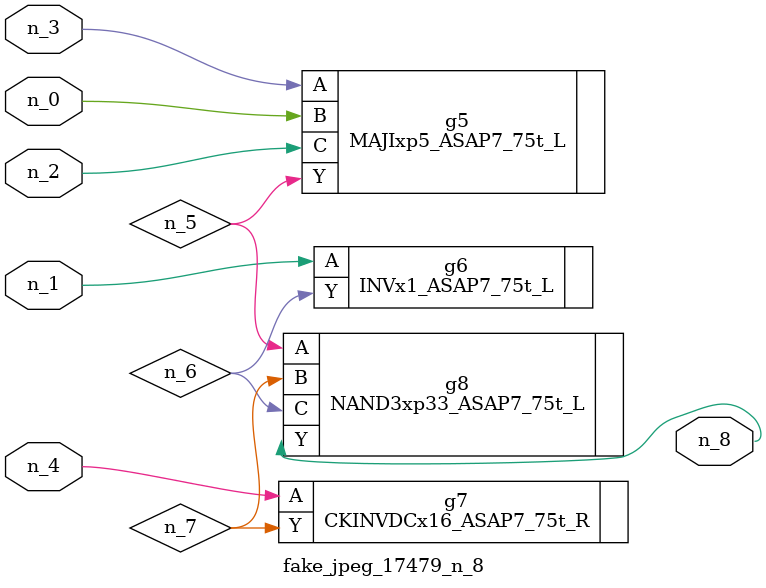
<source format=v>
module fake_jpeg_17479_n_8 (n_3, n_2, n_1, n_0, n_4, n_8);

input n_3;
input n_2;
input n_1;
input n_0;
input n_4;

output n_8;

wire n_6;
wire n_5;
wire n_7;

MAJIxp5_ASAP7_75t_L g5 ( 
.A(n_3),
.B(n_0),
.C(n_2),
.Y(n_5)
);

INVx1_ASAP7_75t_L g6 ( 
.A(n_1),
.Y(n_6)
);

CKINVDCx16_ASAP7_75t_R g7 ( 
.A(n_4),
.Y(n_7)
);

NAND3xp33_ASAP7_75t_L g8 ( 
.A(n_5),
.B(n_7),
.C(n_6),
.Y(n_8)
);


endmodule
</source>
